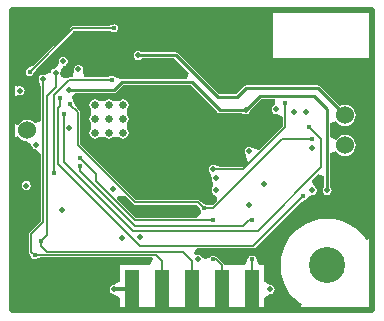
<source format=gbl>
%FSLAX25Y25*%
%MOIN*%
G70*
G01*
G75*
G04 Layer_Physical_Order=4*
G04 Layer_Color=16711680*
%ADD10C,0.02000*%
%ADD11R,0.05118X0.04134*%
%ADD12R,0.02756X0.03150*%
%ADD13R,0.01000X0.01000*%
%ADD14R,0.01575X0.03347*%
%ADD15R,0.03937X0.04331*%
%ADD16C,0.05000*%
%ADD17R,0.03543X0.03543*%
%ADD18R,0.03937X0.03937*%
%ADD19R,0.11024X0.02756*%
%ADD20R,0.03937X0.07874*%
%ADD21R,0.03150X0.02362*%
%ADD22R,0.02362X0.03150*%
%ADD23R,0.01000X0.01000*%
%ADD24R,0.03150X0.02756*%
%ADD25R,0.01969X0.01969*%
%ADD26R,0.01969X0.03937*%
%ADD27R,0.02658X0.00984*%
%ADD28R,0.00984X0.02658*%
%ADD29R,0.05000X0.12500*%
%ADD30O,0.01181X0.02559*%
%ADD31O,0.02559X0.01181*%
%ADD32R,0.14961X0.14961*%
%ADD33C,0.04000*%
%ADD34C,0.01200*%
%ADD35C,0.00500*%
%ADD36C,0.01000*%
%ADD37C,0.00800*%
%ADD38R,0.04500X0.04000*%
%ADD39R,0.05000X0.04000*%
%ADD40R,0.03000X0.05000*%
%ADD41R,0.06000X0.03000*%
%ADD42R,0.09000X0.04000*%
%ADD43R,0.04000X0.01000*%
%ADD44R,0.01000X0.04000*%
%ADD45R,0.03543X0.02598*%
%ADD46C,0.12000*%
%ADD47C,0.06000*%
%ADD48C,0.01600*%
%ADD49C,0.02000*%
%ADD50C,0.02598*%
%ADD51C,0.10000*%
%ADD52C,0.08000*%
G36*
X87000Y84000D02*
X120000D01*
X120000Y82000D01*
Y24015D01*
X118000Y23451D01*
X117578Y24139D01*
X115994Y25994D01*
X114139Y27578D01*
X112059Y28853D01*
X109805Y29787D01*
X107432Y30356D01*
X105000Y30548D01*
X102568Y30356D01*
X100195Y29787D01*
X97941Y28853D01*
X95861Y27578D01*
X94006Y25994D01*
X92422Y24139D01*
X91147Y22059D01*
X90213Y19805D01*
X89644Y17432D01*
X89452Y15000D01*
X89644Y12568D01*
X90213Y10195D01*
X91147Y7941D01*
X92422Y5861D01*
X94006Y4006D01*
X95861Y2421D01*
X96549Y2000D01*
X95985Y-0D01*
X86000D01*
X84000Y0D01*
X84000Y2000D01*
Y4127D01*
X84405Y4545D01*
X86000Y5471D01*
X86585Y5587D01*
X87081Y5919D01*
X87413Y6415D01*
X87529Y7000D01*
X87413Y7585D01*
X87081Y8081D01*
X86585Y8413D01*
X86000Y8529D01*
X84405Y9455D01*
X84000Y9873D01*
Y15000D01*
X82632D01*
X82179Y15480D01*
X81993Y15812D01*
X81227Y17494D01*
X81227Y17495D01*
D01*
X81227Y17496D01*
X81226Y17502D01*
X81225Y17506D01*
X81225D01*
X81225Y17507D01*
X81225Y17507D01*
X81225Y17507D01*
X81117Y17668D01*
X81117Y17668D01*
X80987Y17862D01*
X80945Y17926D01*
X80945Y17926D01*
X80945D01*
X80945Y17926D01*
X80945Y17926D01*
X80945Y17926D01*
X80945D01*
X80944Y17928D01*
X80943Y17929D01*
X80943D01*
X80942Y17930D01*
X80941Y17932D01*
X80939Y17935D01*
X80937Y17937D01*
X80937Y17937D01*
X80937D01*
Y17937D01*
X80937D01*
X80937Y17937D01*
X80937Y17937D01*
X80937D01*
X80868Y17984D01*
X80848Y17997D01*
X80806Y18025D01*
X80806D01*
X80609Y18157D01*
X80605Y18159D01*
X80605D01*
X80514Y18220D01*
X80512Y18222D01*
Y18222D01*
X80512Y18222D01*
X80511Y18222D01*
X80509Y18223D01*
X80507Y18225D01*
X80507Y18225D01*
X80507Y18225D01*
X80501Y18226D01*
X80501Y18226D01*
X80497Y18227D01*
X80497Y18227D01*
X80497Y18227D01*
X80497D01*
X80497Y18227D01*
X80496Y18227D01*
X80496D01*
X80496D01*
X80496Y18227D01*
X80496D01*
D01*
X80494Y18227D01*
X80494Y18227D01*
X80494Y18227D01*
X80203Y18285D01*
X80190Y18288D01*
X80190D01*
X80011Y18323D01*
X80003Y18325D01*
X80003D01*
X80002Y18325D01*
X80002Y18325D01*
D01*
X80002Y18325D01*
X80002Y18325D01*
X80002Y18325D01*
X80000Y18326D01*
X80000Y18326D01*
D01*
X80000D01*
D01*
X80000D01*
X80000Y18326D01*
X79989Y18323D01*
X79768Y18279D01*
X79768Y18279D01*
X79506Y18227D01*
X79506Y18227D01*
X79506Y18227D01*
X79505Y18227D01*
X79504D01*
X79504D01*
X79504Y18227D01*
X79504D01*
X79504D01*
X79503Y18227D01*
X79493Y18225D01*
X79493D01*
X79493D01*
X79493Y18225D01*
X79492Y18224D01*
X79492Y18224D01*
X79492D01*
X79490Y18223D01*
X79361Y18137D01*
X79361D01*
X79358Y18134D01*
X79161Y18003D01*
X79161D01*
X79104Y17965D01*
X79067Y17940D01*
X79067D01*
X79063Y17937D01*
X79063D01*
X79063D01*
D01*
X79063Y17937D01*
X79062Y17936D01*
X79061Y17935D01*
X79060Y17933D01*
X79059Y17932D01*
X79059D01*
X79059Y17932D01*
X79059Y17931D01*
X79058Y17930D01*
X79057Y17929D01*
X79057Y17928D01*
D01*
X79056Y17928D01*
X79055Y17926D01*
X79055D01*
D01*
X79055Y17926D01*
X79055Y17926D01*
X79055Y17926D01*
X79055D01*
X79052Y17921D01*
X79023Y17878D01*
X78883Y17668D01*
X78883Y17668D01*
X78775Y17507D01*
X78775Y17507D01*
X78775Y17507D01*
Y17507D01*
X78775Y17507D01*
X78775Y17506D01*
X78775Y17506D01*
X78775Y17506D01*
Y17506D01*
X78775Y17506D01*
X78775Y17503D01*
X78773Y17496D01*
X78773Y17495D01*
D01*
X78773Y17494D01*
X78007Y15812D01*
X77820Y15480D01*
X77368Y15000D01*
X70919D01*
X70765Y15000D01*
X70706Y15293D01*
X70706Y15293D01*
X70541Y15541D01*
X69034Y17048D01*
X69012Y17069D01*
X69012Y17069D01*
X68541Y17541D01*
X68539Y17542D01*
X68396Y17638D01*
X68394Y17639D01*
X68293Y17706D01*
X67967Y17921D01*
X67518Y18217D01*
D01*
X67518Y18217D01*
X67518D01*
X67518Y18217D01*
X67516Y18219D01*
X67514Y18220D01*
X67511Y18222D01*
X67508Y18224D01*
X67508Y18224D01*
X67508D01*
X67508Y18224D01*
X67507Y18225D01*
X67507Y18225D01*
X67507D01*
X67381Y18250D01*
X67296Y18267D01*
X67296D01*
X67204Y18285D01*
X67137Y18298D01*
X67137Y18298D01*
X67121Y18301D01*
X67110Y18304D01*
X67110Y18304D01*
X67055Y18315D01*
X67013Y18323D01*
X67013D01*
X67013D01*
X67010Y18324D01*
X67008Y18324D01*
X67008D01*
X67005Y18325D01*
X67002Y18325D01*
X67002D01*
X67001Y18325D01*
X67000Y18326D01*
X67000Y18326D01*
X66811Y18288D01*
X66506Y18227D01*
D01*
X66503Y18227D01*
X66494Y18225D01*
X66493Y18225D01*
X66332Y18117D01*
X66074Y17945D01*
X66074Y17945D01*
X66073Y17944D01*
X66071Y17943D01*
X66071Y17943D01*
X66063Y17937D01*
X66063D01*
X66062Y17937D01*
X66062D01*
X65975Y17806D01*
X65975D01*
X65841Y17605D01*
X65841Y17605D01*
X65778Y17512D01*
X65775Y17507D01*
X65775Y17507D01*
X65775Y17507D01*
X65775Y17506D01*
X65775Y17505D01*
X65774Y17502D01*
X65774Y17501D01*
X65774Y17501D01*
X65774Y17501D01*
X65774Y17501D01*
X65774Y17500D01*
X65774Y17500D01*
X65774Y17498D01*
X65774Y17498D01*
X65772Y17495D01*
X65765Y17479D01*
X64317Y17169D01*
X63472Y17290D01*
Y17290D01*
X63413Y17585D01*
X63413Y17585D01*
X63248Y17831D01*
D01*
X63081Y18081D01*
X63081D01*
X62585Y18413D01*
X62000Y18529D01*
X62000Y18529D01*
X61705Y18471D01*
X61705D01*
X61415Y18413D01*
X61415Y18413D01*
X60770Y19026D01*
X61760Y20635D01*
X79901D01*
X80400D01*
X80400D01*
X80554Y20666D01*
X80693Y20694D01*
D01*
X80693Y20694D01*
X80810Y20772D01*
X80941Y20859D01*
X80941Y20859D01*
X81287Y21206D01*
X95893Y35811D01*
X97494Y36773D01*
X97495Y36773D01*
X97506Y36775D01*
X97507Y36775D01*
X97668Y36883D01*
X97926Y37055D01*
X97926Y37056D01*
X97929Y37057D01*
X97937Y37063D01*
Y37063D01*
Y37063D01*
X97938Y37063D01*
X97939Y37065D01*
X99440Y38231D01*
X99604Y38301D01*
X99883Y38420D01*
X99883Y38421D01*
X100261Y38522D01*
X100261Y38522D01*
X100290Y38528D01*
X100290Y38528D01*
X100290D01*
X100532Y38576D01*
X100585Y38587D01*
X100585Y38587D01*
X101081Y38919D01*
X101165Y39044D01*
X101246Y39165D01*
Y39165D01*
X101281Y39217D01*
X101413Y39415D01*
X101413Y39415D01*
X101470Y39700D01*
X101529Y40000D01*
X101529Y40000D01*
X101519Y40054D01*
X101496Y40166D01*
X101471Y40295D01*
X101442Y40438D01*
X101413Y40585D01*
Y40585D01*
X101233Y40855D01*
X101082Y41081D01*
X101082Y41082D01*
X101074Y41086D01*
X100855Y41233D01*
X100831Y41249D01*
X99950Y42884D01*
X99861Y43092D01*
X99829Y43447D01*
X101980Y45599D01*
X103980Y44771D01*
Y41123D01*
X103919Y41081D01*
X103587Y40585D01*
X103471Y40000D01*
X103587Y39415D01*
X103919Y38919D01*
X104415Y38587D01*
X105000Y38471D01*
X105585Y38587D01*
X106081Y38919D01*
X106413Y39415D01*
X106529Y40000D01*
X106413Y40585D01*
X106081Y41081D01*
X106020Y41123D01*
Y52322D01*
X107814Y53149D01*
X108020Y53135D01*
X108504Y52504D01*
X109235Y51943D01*
X110086Y51590D01*
X111000Y51470D01*
X111914Y51590D01*
X112765Y51943D01*
X113496Y52504D01*
X114057Y53235D01*
X114410Y54086D01*
X114530Y55000D01*
X114410Y55914D01*
X114057Y56765D01*
X113496Y57496D01*
X112765Y58057D01*
X111914Y58410D01*
X111000Y58530D01*
X110086Y58410D01*
X109235Y58057D01*
X108504Y57496D01*
X108020Y56865D01*
X107814Y56851D01*
X106020Y57678D01*
Y62322D01*
X107814Y63149D01*
X108020Y63135D01*
X108504Y62504D01*
X109235Y61943D01*
X110086Y61590D01*
X111000Y61470D01*
X111914Y61590D01*
X112765Y61943D01*
X113496Y62504D01*
X114057Y63235D01*
X114410Y64086D01*
X114530Y65000D01*
X114410Y65914D01*
X114057Y66765D01*
X113496Y67496D01*
X112765Y68057D01*
X111914Y68410D01*
X111000Y68530D01*
X110086Y68410D01*
X109341Y68101D01*
X102721Y74721D01*
X102390Y74942D01*
X102000Y75020D01*
X78000D01*
X77610Y74942D01*
X77279Y74721D01*
X74578Y72020D01*
X68922D01*
X55221Y85721D01*
X54890Y85942D01*
X54500Y86020D01*
X43123D01*
X43081Y86081D01*
X42585Y86413D01*
X42000Y86529D01*
X41415Y86413D01*
X40919Y86081D01*
X40587Y85585D01*
X40471Y85000D01*
X40587Y84415D01*
X40919Y83919D01*
X41415Y83587D01*
X42000Y83471D01*
X42585Y83587D01*
X43081Y83919D01*
X43123Y83980D01*
X54078D01*
X59039Y79020D01*
X58210Y77020D01*
X38317D01*
X36500Y77020D01*
X36456Y77011D01*
X36430Y77006D01*
X36430Y77006D01*
X36269Y77035D01*
X35017Y77426D01*
X33738Y78104D01*
X33707Y78125D01*
Y78125D01*
Y78125D01*
X33707D01*
X33697Y78127D01*
X33694Y78127D01*
D01*
X33389Y78188D01*
X33200Y78225D01*
X33193Y78224D01*
X33187Y78223D01*
X33187Y78223D01*
X33187D01*
X32932Y78172D01*
X32695Y78125D01*
X32693Y78125D01*
X32693D01*
X32692Y78124D01*
X32692D01*
X32682Y78118D01*
X32682D01*
X32682Y78117D01*
X31552Y77835D01*
X30758Y77665D01*
X24365D01*
X24025Y78112D01*
X23480Y79665D01*
X23513Y79715D01*
X23513Y79715D01*
X23529Y79796D01*
X23629Y80300D01*
X23629Y80300D01*
X23513Y80885D01*
X23513Y80885D01*
X23181Y81381D01*
X23181Y81381D01*
X22936Y81545D01*
X22931Y81549D01*
X22931D01*
D01*
X22685Y81713D01*
X22100Y81829D01*
X22100Y81829D01*
X21990Y81808D01*
X21515Y81713D01*
X21515D01*
X21265Y81546D01*
D01*
X21019Y81381D01*
X21019D01*
X20852Y81132D01*
D01*
X20687Y80885D01*
X20571Y80300D01*
X20687Y79715D01*
X20720Y79665D01*
X20175Y78112D01*
X19835Y77665D01*
X19484D01*
X19000D01*
X19000D01*
X18846Y77634D01*
X18707Y77606D01*
D01*
X18707Y77606D01*
X18590Y77528D01*
X18459Y77441D01*
X18459Y77441D01*
X18404Y77385D01*
X17863Y77284D01*
X16195Y77879D01*
X16029Y79200D01*
Y79200D01*
X16695Y80924D01*
X16822Y81101D01*
X16839Y81125D01*
X16862Y81159D01*
X16882Y81186D01*
X16891Y81199D01*
X16968Y81307D01*
X17031Y81396D01*
X17098Y81490D01*
X17156Y81502D01*
X17236Y81518D01*
X17236Y81518D01*
X17240Y81518D01*
X17244Y81519D01*
X17290Y81528D01*
X17292Y81529D01*
X17303Y81531D01*
X17585Y81587D01*
X17585Y81587D01*
X18081Y81919D01*
X18413Y82415D01*
X18471Y82705D01*
X18529Y83000D01*
X18529Y83000D01*
Y83000D01*
X18471Y83295D01*
Y83295D01*
X18413Y83585D01*
X18081Y84081D01*
X18081Y84081D01*
X17585Y84413D01*
X17585Y84413D01*
X17290Y84472D01*
X17000Y84529D01*
X16415Y84413D01*
X15919Y84081D01*
X15587Y83585D01*
X15471Y83000D01*
X15532Y82690D01*
Y82690D01*
X15586Y82419D01*
X15587Y82415D01*
X15587Y82415D01*
X15581Y82406D01*
X15571Y82390D01*
X15561Y82374D01*
X15556Y82367D01*
X15516Y82304D01*
X15471Y82235D01*
X15316Y81995D01*
X15246Y81896D01*
X14821Y81299D01*
X14661Y81075D01*
X14635Y81038D01*
X14609Y81001D01*
X14535Y80897D01*
X14402Y80710D01*
X14401Y80710D01*
X14257Y80681D01*
X14196Y80669D01*
X13915Y80613D01*
X13419Y80281D01*
X13087Y79785D01*
X13025Y79473D01*
X12567Y79119D01*
X12262Y78965D01*
X11058Y78565D01*
X10985Y78613D01*
X10695Y78671D01*
X10400Y78729D01*
X10400Y78729D01*
X9815Y78613D01*
X9815Y78613D01*
X9402Y78338D01*
X9319Y78281D01*
X9205Y78111D01*
X9100Y77954D01*
Y77954D01*
X9097Y77950D01*
X8994Y77796D01*
X8987Y77785D01*
X8940Y77550D01*
X8871Y77200D01*
X8913Y76986D01*
X8987Y76615D01*
X9032Y76547D01*
X9099Y76447D01*
X9409Y75423D01*
X9635Y74467D01*
X9635Y71110D01*
Y62994D01*
X7635Y62315D01*
X7496Y62496D01*
X6765Y63057D01*
X5914Y63410D01*
X5000Y63530D01*
X4086Y63410D01*
X3235Y63057D01*
X2504Y62496D01*
X2000Y61840D01*
X1801Y61821D01*
X0Y62396D01*
Y70911D01*
X359Y71197D01*
X2000Y71797D01*
X2015Y71787D01*
X2600Y71671D01*
X3185Y71787D01*
X3681Y72119D01*
X3896Y72440D01*
Y72440D01*
X4013Y72615D01*
Y72615D01*
X4108Y73090D01*
X4129Y73200D01*
X4129Y73200D01*
X4013Y73785D01*
X3849Y74032D01*
D01*
Y74032D01*
X3845Y74036D01*
X3681Y74282D01*
X3681D01*
X3185Y74613D01*
X3185Y74613D01*
X2600Y74729D01*
X2600Y74729D01*
X2096Y74629D01*
X2015Y74613D01*
X2015Y74613D01*
X2000Y74603D01*
X359Y75203D01*
X0Y75489D01*
Y100000D01*
X87000D01*
Y84000D01*
D02*
G37*
G36*
X40161Y35758D02*
X40459Y35459D01*
X40459Y35459D01*
X40590Y35372D01*
X40707Y35293D01*
X40707D01*
D01*
X40846Y35266D01*
X41000Y35235D01*
X41000D01*
X41000Y35235D01*
X41000D01*
X41481D01*
X61182D01*
X61495Y34976D01*
X62577Y33731D01*
X62790Y33439D01*
X63020Y32525D01*
X62422Y31671D01*
X61639Y30865D01*
X41317D01*
X35011Y37170D01*
X34951Y37670D01*
X35291Y38023D01*
X37895Y38024D01*
X40161Y35758D01*
D02*
G37*
G36*
X2000Y58160D02*
X2504Y57504D01*
X3235Y56943D01*
X4086Y56590D01*
X4745Y56503D01*
X6159Y55370D01*
X6321Y55216D01*
X6462Y54742D01*
X6487Y54615D01*
X6819Y54119D01*
X7315Y53787D01*
X7635Y53723D01*
X7900Y53671D01*
X7900Y53671D01*
X9355Y52549D01*
X9635Y52150D01*
Y29817D01*
X5859Y26041D01*
X5694Y25793D01*
X5635Y25500D01*
Y19542D01*
X5635Y19400D01*
X5635Y19400D01*
X5694Y19107D01*
X5967Y18492D01*
X6273Y17806D01*
X6273Y17806D01*
X6273Y17805D01*
X6273Y17805D01*
D01*
X6273Y17804D01*
X6274Y17797D01*
X6274Y17797D01*
X6275Y17795D01*
X6275Y17794D01*
X6275D01*
X6275Y17794D01*
X6275Y17793D01*
X6275Y17793D01*
X6275Y17793D01*
X6275Y17793D01*
X6275Y17793D01*
X6382Y17633D01*
X6383Y17632D01*
D01*
X6555Y17375D01*
X6555Y17374D01*
X6555D01*
X6555Y17374D01*
X6555D01*
X6557Y17371D01*
X6557D01*
X6563Y17363D01*
X6563Y17363D01*
X6563D01*
X6567Y17360D01*
X6746Y17241D01*
X6926Y17120D01*
X6993Y17075D01*
X6993Y17075D01*
D01*
X6993D01*
X7092Y17056D01*
X7276Y17019D01*
X7500Y16974D01*
X7500Y16974D01*
X7500Y16974D01*
X7502Y16975D01*
X7502Y16975D01*
D01*
X7502Y16975D01*
X7508Y16976D01*
X7508Y16976D01*
Y16976D01*
X7513Y16977D01*
Y16977D01*
X7513D01*
X7513Y16977D01*
X7519Y16978D01*
X7637Y17002D01*
X7637Y17002D01*
X7644Y17003D01*
X7796Y17033D01*
X7796D01*
X8007Y17075D01*
X8007Y17075D01*
X8007D01*
X8007Y17075D01*
X8007Y17075D01*
D01*
X8008Y17076D01*
X8012Y17079D01*
X8018Y17082D01*
X8018Y17083D01*
X8018D01*
X8018Y17083D01*
X8018Y17083D01*
X8018Y17083D01*
X9748Y17735D01*
X46558D01*
X47094Y17000D01*
X46077Y15000D01*
X36000D01*
Y9873D01*
X35595Y9455D01*
X34373Y8746D01*
X33983Y8526D01*
X33710Y8472D01*
X33415Y8413D01*
X33415Y8413D01*
X33415Y8413D01*
X33169Y8248D01*
D01*
X32919Y8082D01*
X32919D01*
X32919D01*
X32919Y8081D01*
X32774Y7866D01*
X32768Y7856D01*
Y7856D01*
X32752Y7831D01*
D01*
Y7831D01*
X32692Y7742D01*
X32671Y7711D01*
Y7711D01*
X32587Y7585D01*
X32587Y7585D01*
Y7585D01*
X32533Y7311D01*
X32533Y7311D01*
X32529Y7295D01*
X32484Y7067D01*
X32471Y7000D01*
X32484Y6933D01*
X32529Y6705D01*
X32533Y6689D01*
X32533Y6689D01*
X32587Y6415D01*
X32587Y6415D01*
X32587D01*
X32671Y6289D01*
Y6289D01*
X32695Y6253D01*
X32752Y6168D01*
Y6168D01*
Y6168D01*
X32752Y6167D01*
X32754Y6164D01*
D01*
X32919Y5919D01*
X32919Y5918D01*
X32919D01*
X32919Y5918D01*
X33169Y5751D01*
Y5751D01*
X33415Y5587D01*
X33415Y5587D01*
X33415Y5587D01*
X33710Y5528D01*
X33983Y5474D01*
X34373Y5254D01*
X35595Y4545D01*
X36000Y4127D01*
Y2000D01*
X36000Y0D01*
X34000Y-0D01*
X0D01*
Y57604D01*
X1801Y58179D01*
X2000Y58160D01*
D02*
G37*
G36*
X68429Y66129D02*
X68759Y65908D01*
X69150Y65831D01*
X76728D01*
X76761Y65780D01*
X76769Y65769D01*
X76769Y65769D01*
X77015Y65604D01*
D01*
X77265Y65437D01*
X77265Y65437D01*
X77556Y65380D01*
X77556Y65380D01*
X77850Y65321D01*
X77850Y65321D01*
X78141Y65379D01*
X78141Y65379D01*
X78141Y65379D01*
X78436Y65437D01*
X78436Y65437D01*
X78686Y65604D01*
X78686D01*
X78932Y65769D01*
X78932D01*
X79099Y66019D01*
D01*
X79263Y66265D01*
X79263Y66265D01*
X79322Y66560D01*
Y66560D01*
X79380Y66850D01*
X79380Y66850D01*
X79365Y66923D01*
X82922Y70480D01*
X87557D01*
X87754Y68481D01*
X87739Y68477D01*
X87710Y68472D01*
X87710D01*
X87415Y68413D01*
X87415Y68413D01*
X87093Y68198D01*
Y68198D01*
X86919Y68081D01*
Y68081D01*
X86587Y67585D01*
X86529Y67295D01*
X86471Y67000D01*
X86471Y67000D01*
X86587Y66415D01*
X86587Y66415D01*
X86918Y65919D01*
X86919Y65919D01*
X87415Y65587D01*
X87415Y65587D01*
X87710Y65528D01*
X88000Y65471D01*
X88000Y65471D01*
X88235Y65517D01*
X89628Y64786D01*
X90235Y64320D01*
Y61527D01*
Y61317D01*
X90088Y61169D01*
X82461Y53542D01*
X81816Y53556D01*
X80117Y54027D01*
X80081Y54081D01*
X79585Y54413D01*
X79206Y54488D01*
X79000Y54529D01*
X79000Y54529D01*
X78415Y54413D01*
X78415Y54413D01*
X77919Y54081D01*
X77833Y53953D01*
X77754Y53835D01*
Y53835D01*
X77751Y53831D01*
X77587Y53585D01*
X77587Y53585D01*
X77471Y53000D01*
X77471Y53000D01*
X77587Y52415D01*
Y52415D01*
X77918Y51919D01*
X77918D01*
Y51919D01*
Y51919D01*
X77973Y51882D01*
X78444Y50184D01*
X78458Y49539D01*
X76831Y47912D01*
X76683Y47765D01*
X76473D01*
X69733D01*
X68777Y47991D01*
X67752Y48301D01*
X67653Y48368D01*
X67585Y48413D01*
X67214Y48487D01*
X67000Y48529D01*
X66650Y48460D01*
X66415Y48413D01*
X66404Y48406D01*
X66263Y48312D01*
X66246Y48300D01*
X66089Y48195D01*
X65919Y48081D01*
X65863Y47998D01*
X65587Y47585D01*
X65587Y47585D01*
X65471Y47000D01*
X65471Y47000D01*
X65529Y46705D01*
X65587Y46415D01*
X65587Y46415D01*
X65672Y46287D01*
X65995Y45687D01*
X65995Y45687D01*
X65995Y45687D01*
X66130Y45275D01*
X66471Y44000D01*
X66471Y43998D01*
X66567Y43518D01*
X66587Y43415D01*
X66741Y43185D01*
X66919Y42717D01*
Y42000D01*
Y41283D01*
X66741Y40815D01*
X66587Y40585D01*
X66529Y40295D01*
X66529Y40295D01*
X66471Y40000D01*
X66471Y40000D01*
X66587Y39415D01*
X66919Y38919D01*
X67415Y38587D01*
X67415Y38587D01*
X67634Y38543D01*
X68228Y37452D01*
X68437Y36518D01*
X66895Y34976D01*
X66527Y34969D01*
X64605Y35159D01*
X64605Y35159D01*
D01*
X64605Y35159D01*
X64507Y35225D01*
X64483Y35229D01*
X62991Y36090D01*
X62829Y36253D01*
X62541Y36541D01*
X62541Y36541D01*
X62410Y36628D01*
X62293Y36707D01*
X62293D01*
D01*
X62154Y36734D01*
X62000Y36765D01*
X62000D01*
X61519D01*
X41527D01*
X41317D01*
X41164Y36918D01*
X35595Y42486D01*
X22915Y55167D01*
X22765Y55317D01*
Y55528D01*
Y65534D01*
Y66000D01*
Y66000D01*
X22734Y66154D01*
X22706Y66293D01*
D01*
X22706Y66293D01*
X22628Y66410D01*
X22541Y66541D01*
X22541Y66541D01*
X22250Y66832D01*
X21509Y67572D01*
X20648Y69216D01*
Y69216D01*
X20648Y69216D01*
X20646Y69227D01*
X20646Y69229D01*
X20539Y69389D01*
X20366Y69648D01*
X20366Y69648D01*
X20364Y69650D01*
X20359Y69657D01*
X20358Y69658D01*
X20084Y71598D01*
X20979Y72480D01*
X34000D01*
X34390Y72558D01*
X34721Y72779D01*
X36922Y74980D01*
X59578D01*
X68429Y66129D01*
D02*
G37*
%LPC*%
G36*
X34000Y95325D02*
X34000Y95325D01*
X33999Y95325D01*
X33998Y95325D01*
X33998Y95325D01*
X33998D01*
X33998Y95325D01*
X33995Y95325D01*
X33993Y95324D01*
X33992Y95324D01*
D01*
X33990Y95324D01*
X33987Y95323D01*
X33987D01*
X33987Y95323D01*
X33987Y95323D01*
D01*
X33987Y95323D01*
Y95323D01*
X33985Y95323D01*
X33943Y95314D01*
X33904Y95306D01*
X33904Y95306D01*
X33899Y95305D01*
X33692Y95264D01*
X33692Y95264D01*
X33495Y95225D01*
X33495D01*
X33493Y95225D01*
X33493Y95225D01*
X33493Y95225D01*
X33493Y95224D01*
X33492Y95224D01*
X33492Y95224D01*
X33492Y95224D01*
X33492D01*
X33492Y95224D01*
X33490Y95223D01*
X33487Y95221D01*
X33484Y95218D01*
X33482Y95218D01*
X33482Y95218D01*
X33482Y95217D01*
X32729Y95029D01*
Y95029D01*
X32352Y94935D01*
X32320Y94928D01*
X32081Y94877D01*
X31909Y94840D01*
X31558Y94765D01*
X31164D01*
X21377D01*
X21289D01*
X21244D01*
X21209D01*
X21113D01*
X21102D01*
X21014D01*
X20975D01*
X20971D01*
X20915D01*
X20915D01*
X20883D01*
X20704D01*
X20578D01*
X20576D01*
X20487D01*
X20459D01*
X20400Y94765D01*
D01*
X20400D01*
X20362Y94757D01*
X20360Y94757D01*
X20358Y94756D01*
X20326Y94750D01*
X20317Y94748D01*
X20290Y94743D01*
X20284Y94742D01*
X20282Y94741D01*
X20261Y94737D01*
X20246Y94734D01*
X20227Y94730D01*
X20217Y94728D01*
X20215Y94728D01*
X20215Y94728D01*
X20201Y94725D01*
X20182Y94721D01*
X20167Y94718D01*
X20149Y94715D01*
X20147Y94714D01*
X20147Y94714D01*
X20135Y94712D01*
X20107Y94706D01*
X20107D01*
X20107Y94706D01*
D01*
X20107D01*
Y94706D01*
X20107D01*
X20083Y94690D01*
X20074Y94684D01*
X20073Y94684D01*
X20073Y94683D01*
X20055Y94672D01*
X20044Y94665D01*
X20027Y94653D01*
X20016Y94646D01*
X20016Y94645D01*
X20015Y94645D01*
X20005Y94638D01*
X19990Y94628D01*
X19976Y94619D01*
X19959Y94608D01*
X19959Y94607D01*
X19958Y94607D01*
X19951Y94602D01*
X19929Y94587D01*
X19921Y94582D01*
X19895Y94564D01*
X19893Y94563D01*
X19890Y94562D01*
X19859Y94541D01*
X19859Y94541D01*
X19859Y94541D01*
X19859Y94541D01*
X19815Y94496D01*
X19797Y94479D01*
X19734Y94415D01*
X19732Y94414D01*
X19642Y94324D01*
X19514Y94195D01*
X19493Y94175D01*
X19492Y94174D01*
X19454Y94136D01*
X19452Y94133D01*
X19424Y94105D01*
X19361Y94042D01*
X19354Y94035D01*
X19286Y93968D01*
X19264Y93945D01*
X19229Y93911D01*
X19164Y93846D01*
X7173Y81855D01*
X6907Y81589D01*
X6650Y81435D01*
X5966Y81024D01*
X5306Y80627D01*
X5305Y80627D01*
D01*
X5303Y80627D01*
X5298Y80626D01*
X5294Y80625D01*
Y80625D01*
X5293Y80625D01*
X5293Y80625D01*
X5293Y80625D01*
X5132Y80517D01*
X5132Y80517D01*
X4938Y80387D01*
X4874Y80345D01*
X4874Y80345D01*
Y80345D01*
X4874Y80345D01*
X4874Y80345D01*
X4874Y80345D01*
Y80345D01*
X4872Y80344D01*
X4871Y80343D01*
Y80343D01*
X4869Y80342D01*
X4868Y80341D01*
X4866Y80339D01*
X4864Y80338D01*
X4864Y80338D01*
Y80338D01*
X4863Y80338D01*
X4863Y80337D01*
X4863Y80337D01*
Y80337D01*
X4755Y80177D01*
Y80177D01*
X4625Y79982D01*
X4583Y79919D01*
X4583Y79918D01*
D01*
X4583Y79918D01*
X4583Y79918D01*
X4583Y79918D01*
D01*
X4582Y79918D01*
X4582Y79918D01*
X4581Y79916D01*
X4581Y79916D01*
Y79916D01*
X4580Y79914D01*
X4579Y79912D01*
X4577Y79910D01*
X4576Y79908D01*
X4576Y79908D01*
Y79908D01*
X4576Y79908D01*
X4576Y79908D01*
X4576Y79908D01*
X4575Y79907D01*
X4575Y79907D01*
Y79907D01*
X4575Y79904D01*
X4574Y79902D01*
Y79902D01*
X4562Y79840D01*
X4556Y79809D01*
Y79809D01*
X4551Y79783D01*
X4551Y79783D01*
X4551Y79783D01*
X4527Y79662D01*
X4526Y79660D01*
Y79660D01*
X4502Y79539D01*
X4502Y79537D01*
X4502D01*
X4497Y79511D01*
X4496Y79511D01*
Y79511D01*
X4493Y79494D01*
X4493Y79493D01*
X4493Y79493D01*
X4486Y79460D01*
X4477Y79414D01*
X4477Y79413D01*
Y79413D01*
Y79413D01*
X4477Y79412D01*
X4477Y79412D01*
X4477D01*
X4477Y79412D01*
X4477Y79411D01*
X4477D01*
X4477Y79411D01*
X4477Y79410D01*
Y79410D01*
X4476Y79408D01*
X4476Y79407D01*
D01*
X4476Y79407D01*
X4475Y79405D01*
X4475Y79402D01*
X4475Y79402D01*
D01*
X4475Y79402D01*
X4475Y79402D01*
X4475D01*
X4475Y79402D01*
X4475Y79402D01*
X4475Y79401D01*
X4474Y79400D01*
X4474Y79400D01*
D01*
Y79400D01*
Y79400D01*
D01*
X4474Y79400D01*
D01*
Y79400D01*
X4477Y79390D01*
X4498Y79282D01*
X4501Y79269D01*
X4503Y79256D01*
X4514Y79200D01*
X4520Y79169D01*
X4521Y79168D01*
X4545Y79044D01*
X4564Y78952D01*
X4570Y78921D01*
X4573Y78907D01*
X4573Y78906D01*
X4573Y78906D01*
X4573Y78905D01*
X4573Y78905D01*
X4573Y78904D01*
X4573Y78904D01*
Y78904D01*
X4573Y78903D01*
X4573Y78903D01*
X4573Y78903D01*
X4573Y78903D01*
Y78903D01*
Y78903D01*
X4574Y78900D01*
X4575Y78897D01*
X4575Y78895D01*
X4575Y78893D01*
X4575Y78893D01*
X4575Y78893D01*
X4575D01*
Y78893D01*
X4575Y78893D01*
X4575Y78893D01*
X4576Y78892D01*
X4576Y78892D01*
X4577Y78890D01*
X4623Y78821D01*
X4660Y78766D01*
X4663Y78761D01*
X4665Y78758D01*
X4730Y78661D01*
X4795Y78564D01*
X4797Y78561D01*
X4826Y78518D01*
X4859Y78469D01*
X4860Y78467D01*
X4861Y78465D01*
X4861Y78465D01*
X4863Y78463D01*
X4863Y78463D01*
D01*
X4863Y78463D01*
X4863Y78463D01*
X4863Y78463D01*
X4863Y78463D01*
X4863Y78462D01*
X4865Y78461D01*
X4934Y78415D01*
X4988Y78379D01*
X4994Y78375D01*
X4998Y78373D01*
X5094Y78308D01*
X5191Y78243D01*
X5195Y78241D01*
X5238Y78212D01*
X5287Y78180D01*
X5288Y78178D01*
X5290Y78177D01*
X5291Y78177D01*
X5293Y78175D01*
X5293Y78175D01*
D01*
X5293D01*
X5293Y78175D01*
X5294Y78175D01*
X5295Y78175D01*
X5295Y78175D01*
X5296Y78175D01*
X5299Y78174D01*
X5299Y78174D01*
X5300Y78174D01*
X5300Y78174D01*
X5300Y78174D01*
X5301Y78174D01*
X5303Y78173D01*
X5303Y78173D01*
X5303Y78173D01*
X5303Y78173D01*
X5304Y78173D01*
X5304D01*
X5304Y78173D01*
X5305Y78173D01*
X5305Y78173D01*
X5306Y78173D01*
X5306Y78173D01*
X5306Y78173D01*
X5323Y78169D01*
X5384Y78157D01*
X5406Y78153D01*
X5466Y78141D01*
X5597Y78115D01*
X5610Y78112D01*
X5610Y78112D01*
X5634Y78108D01*
X5684Y78097D01*
X5701Y78094D01*
X5789Y78077D01*
X5797Y78075D01*
X5797Y78075D01*
X5797Y78075D01*
X5797Y78075D01*
X5797Y78075D01*
X5797Y78075D01*
D01*
X5797D01*
X5797D01*
D01*
X5798Y78075D01*
X5799Y78075D01*
X5800Y78075D01*
X5800Y78075D01*
X5800D01*
D01*
X5800D01*
D01*
X5800D01*
X5800Y78075D01*
X5800D01*
X5800Y78075D01*
X5801Y78075D01*
X5802Y78075D01*
X5802Y78075D01*
D01*
X5802D01*
X5802Y78075D01*
X5802Y78075D01*
X5802Y78075D01*
X5804Y78075D01*
X5807Y78076D01*
X5807Y78076D01*
Y78076D01*
X5807Y78076D01*
X5808Y78076D01*
X5810Y78076D01*
X5810Y78076D01*
X5810D01*
X5810Y78077D01*
X5811Y78077D01*
X5811Y78077D01*
X5811Y78077D01*
D01*
X5811D01*
X5812Y78077D01*
X5812Y78077D01*
D01*
X5812Y78077D01*
X5813Y78077D01*
X5813D01*
X5813D01*
X5815Y78077D01*
X5856Y78086D01*
X5893Y78093D01*
X5893D01*
X5894Y78093D01*
X5897Y78094D01*
Y78094D01*
X5900Y78095D01*
X6078Y78130D01*
X6078Y78130D01*
X6142Y78142D01*
X6183Y78151D01*
X6183Y78151D01*
X6198Y78154D01*
X6209Y78156D01*
X6209D01*
X6302Y78174D01*
X6302Y78174D01*
X6307Y78175D01*
X6307Y78175D01*
X6307Y78175D01*
X6307Y78175D01*
X6308Y78176D01*
X6308Y78176D01*
X6308Y78176D01*
D01*
X6308Y78176D01*
X6310Y78177D01*
X6312Y78178D01*
X6314Y78180D01*
X6316Y78181D01*
X6318Y78182D01*
X6318Y78183D01*
X6318D01*
X6318Y78183D01*
X6318D01*
X6318D01*
X6318Y78183D01*
X6318Y78183D01*
X6318Y78183D01*
D01*
X6323Y78186D01*
X6366Y78215D01*
X6577Y78355D01*
X6577D01*
X6737Y78463D01*
X6737Y78463D01*
X6737Y78463D01*
X6737Y78463D01*
X6738Y78463D01*
X6738Y78464D01*
X6738Y78464D01*
X6738D01*
X6738Y78464D01*
X6739Y78465D01*
X6740Y78467D01*
X6742Y78471D01*
X6743Y78471D01*
X6743D01*
X6743Y78472D01*
X6745Y78474D01*
X6745D01*
D01*
X6745Y78474D01*
X6745Y78474D01*
X6745Y78474D01*
X6745D01*
X6748Y78479D01*
X6777Y78522D01*
X6917Y78732D01*
X6917Y78732D01*
X7025Y78893D01*
X7025Y78893D01*
X7025Y78893D01*
Y78893D01*
X7025Y78893D01*
X7025Y78894D01*
X7025Y78894D01*
X7025Y78894D01*
Y78894D01*
X7025Y78894D01*
X7025Y78897D01*
X7027Y78904D01*
X7027Y78905D01*
D01*
X7027Y78906D01*
X7424Y79566D01*
X7835Y80251D01*
X7989Y80507D01*
X8252Y80771D01*
X20212Y92730D01*
X20309Y92828D01*
X20347Y92865D01*
X20348Y92867D01*
X20359Y92877D01*
X20359Y92878D01*
X20445Y92963D01*
X20484Y93003D01*
X20485Y93003D01*
X20485Y93004D01*
X20533Y93052D01*
X20549Y93068D01*
X20555Y93073D01*
X20560Y93078D01*
X20565Y93084D01*
X20565Y93084D01*
X20567Y93086D01*
X20569Y93087D01*
X20626Y93144D01*
X20627Y93145D01*
X20639Y93158D01*
X20662Y93180D01*
X20669Y93187D01*
X20669Y93188D01*
X20671Y93190D01*
X20674Y93193D01*
X20698Y93217D01*
X20700Y93219D01*
X20706Y93224D01*
X20717Y93235D01*
X20732D01*
X20740D01*
X20743D01*
X20776D01*
X20781D01*
X20783Y93235D01*
X20784D01*
X20795Y93235D01*
X20826D01*
X20845Y93235D01*
X20845D01*
X20926Y93235D01*
X20928D01*
X20931Y93235D01*
X20931D01*
X20939Y93235D01*
X20945D01*
X20953D01*
X20976Y93235D01*
X21045Y93235D01*
X21046D01*
X21046D01*
X21101Y93235D01*
X21218D01*
X21218D01*
X21235D01*
X21236D01*
X21290D01*
X21427D01*
X31170D01*
X31558D01*
X31909Y93160D01*
X32081Y93123D01*
X32320Y93072D01*
X32352Y93065D01*
X32729Y92971D01*
Y92971D01*
X33482Y92783D01*
X33482Y92783D01*
X33482D01*
X33482Y92782D01*
X33484Y92781D01*
X33487Y92780D01*
X33489Y92778D01*
X33492Y92776D01*
X33492Y92776D01*
X33492D01*
X33492Y92776D01*
X33492Y92776D01*
X33492Y92776D01*
X33493Y92775D01*
X33493Y92775D01*
X33493D01*
X33494Y92775D01*
X33494Y92775D01*
X33494D01*
X33634Y92747D01*
X33709Y92733D01*
X33709D01*
X33860Y92702D01*
X33863Y92702D01*
Y92702D01*
X33890Y92696D01*
X33890Y92696D01*
X33890D01*
X33931Y92688D01*
X33985Y92677D01*
X33987Y92677D01*
X33987D01*
X33987D01*
X33987Y92677D01*
X33987Y92677D01*
Y92677D01*
X33990Y92676D01*
X33992Y92676D01*
D01*
X33993Y92676D01*
X33995Y92676D01*
X33998Y92675D01*
X33998Y92675D01*
X33998D01*
X33998Y92675D01*
X33999Y92675D01*
X34000Y92674D01*
X34000Y92674D01*
X34000Y92674D01*
X34189Y92712D01*
X34189Y92712D01*
X34494Y92773D01*
X34494D01*
D01*
Y92773D01*
X34495Y92773D01*
X34496Y92773D01*
X34497Y92773D01*
Y92773D01*
X34499Y92774D01*
X34503Y92775D01*
X34506Y92775D01*
Y92775D01*
X34507Y92775D01*
X34507Y92775D01*
X34507Y92775D01*
X34668Y92883D01*
X34668Y92883D01*
X34862Y93013D01*
X34926Y93055D01*
X34926Y93055D01*
Y93055D01*
X34926Y93055D01*
X34926Y93055D01*
X34926Y93055D01*
Y93055D01*
X34927Y93056D01*
X34927Y93056D01*
Y93056D01*
X34928Y93057D01*
X34929Y93057D01*
Y93057D01*
X34930Y93058D01*
X34933Y93060D01*
X34935Y93061D01*
X34937Y93063D01*
X34937Y93063D01*
X34937Y93063D01*
X34937Y93063D01*
X34938Y93063D01*
X34983Y93131D01*
X34986Y93135D01*
X34996Y93150D01*
X35025Y93194D01*
X35089Y93289D01*
X35157Y93391D01*
X35159Y93395D01*
X35188Y93438D01*
X35220Y93486D01*
X35222Y93488D01*
X35222D01*
X35222Y93489D01*
X35223Y93491D01*
X35225Y93493D01*
X35225Y93493D01*
D01*
X35225Y93493D01*
X35225Y93494D01*
X35225Y93494D01*
X35225Y93496D01*
X35226Y93499D01*
X35226Y93499D01*
X35226Y93500D01*
X35226Y93500D01*
X35226Y93501D01*
X35227Y93503D01*
X35227Y93503D01*
X35227Y93503D01*
X35227Y93503D01*
X35227Y93504D01*
Y93504D01*
X35227Y93504D01*
X35227Y93504D01*
X35227Y93504D01*
X35227Y93504D01*
X35227Y93504D01*
Y93504D01*
X35227Y93504D01*
X35227Y93505D01*
X35227Y93505D01*
X35227Y93505D01*
X35227Y93506D01*
X35227Y93506D01*
X35227Y93506D01*
X35230Y93521D01*
X35242Y93580D01*
X35259Y93665D01*
X35284Y93793D01*
X35288Y93810D01*
X35292Y93832D01*
X35304Y93891D01*
X35305Y93897D01*
X35324Y93993D01*
X35325Y93997D01*
X35325Y93997D01*
X35325Y93997D01*
X35325Y93998D01*
Y93998D01*
Y93998D01*
X35325Y93998D01*
D01*
X35325Y93998D01*
X35325Y93999D01*
X35325Y93999D01*
X35326Y94000D01*
X35326Y94000D01*
Y94000D01*
D01*
Y94000D01*
Y94000D01*
X35326D01*
Y94000D01*
Y94000D01*
X35325Y94004D01*
X35301Y94124D01*
X35300Y94129D01*
X35285Y94203D01*
X35279Y94232D01*
X35255Y94355D01*
X35236Y94453D01*
X35230Y94480D01*
X35227Y94494D01*
Y94494D01*
X35227Y94494D01*
X35227Y94494D01*
X35227Y94495D01*
X35227Y94495D01*
X35227Y94495D01*
X35227Y94496D01*
X35227Y94496D01*
Y94496D01*
X35227Y94496D01*
X35227Y94496D01*
X35227Y94496D01*
X35227Y94496D01*
X35227Y94496D01*
X35227Y94496D01*
X35227Y94497D01*
X35227Y94497D01*
X35227Y94497D01*
X35227Y94497D01*
D01*
X35226Y94499D01*
X35225Y94503D01*
X35225Y94506D01*
X35225Y94507D01*
X35225Y94507D01*
X35225D01*
Y94507D01*
X35225Y94507D01*
X35225Y94507D01*
X35224Y94508D01*
X35223Y94510D01*
X35177Y94578D01*
X35139Y94635D01*
X35137Y94639D01*
X35134Y94643D01*
X35067Y94744D01*
X35007Y94833D01*
X35003Y94839D01*
X34973Y94885D01*
X34942Y94930D01*
X34940Y94933D01*
X34939Y94935D01*
X34937Y94937D01*
X34937Y94937D01*
D01*
X34937Y94937D01*
X34936Y94938D01*
X34935Y94939D01*
X34933Y94940D01*
X34932Y94941D01*
Y94941D01*
X34932Y94941D01*
X34931Y94941D01*
X34931Y94942D01*
X34929Y94943D01*
X34929Y94943D01*
Y94943D01*
X34929Y94943D01*
X34929Y94943D01*
D01*
X34928Y94943D01*
X34927Y94944D01*
Y94944D01*
X34927Y94944D01*
X34926Y94945D01*
Y94945D01*
D01*
X34926Y94945D01*
X34926Y94945D01*
X34926Y94945D01*
Y94945D01*
X34921Y94948D01*
X34878Y94977D01*
X34668Y95117D01*
X34668Y95117D01*
X34507Y95225D01*
X34507Y95225D01*
X34507Y95225D01*
X34507D01*
X34507Y95225D01*
X34506Y95225D01*
X34506Y95225D01*
X34506Y95225D01*
X34506D01*
X34506Y95225D01*
X34504Y95225D01*
X34499Y95226D01*
X34497Y95227D01*
Y95227D01*
X34497D01*
X34496Y95227D01*
X34494Y95227D01*
Y95227D01*
X34494D01*
X34494Y95227D01*
X34492Y95228D01*
X34217Y95282D01*
X34217Y95282D01*
X34217Y95282D01*
X34119Y95302D01*
X34000Y95325D01*
X34000Y95325D01*
D02*
G37*
G36*
X37024Y70359D02*
X36322Y70219D01*
X35791Y69864D01*
X35671Y69822D01*
X33653D01*
X33533Y69864D01*
X33002Y70219D01*
X32300Y70359D01*
X31598Y70219D01*
X31067Y69864D01*
X30947Y69822D01*
X28929D01*
X28809Y69864D01*
X28278Y70219D01*
X27576Y70359D01*
X26874Y70219D01*
X26278Y69822D01*
X25881Y69226D01*
X25741Y68524D01*
X25881Y67822D01*
X26236Y67291D01*
X26278Y67171D01*
Y65153D01*
X26236Y65033D01*
X25881Y64502D01*
X25741Y63800D01*
X25881Y63098D01*
X26236Y62567D01*
X26278Y62447D01*
Y60429D01*
X26236Y60309D01*
X25881Y59778D01*
X25741Y59076D01*
X25881Y58374D01*
X26278Y57778D01*
X26874Y57381D01*
X27576Y57241D01*
X28278Y57381D01*
X28809Y57736D01*
X28929Y57778D01*
X30947D01*
X31067Y57736D01*
X31598Y57381D01*
X32300Y57241D01*
X33002Y57381D01*
X33533Y57736D01*
X33653Y57778D01*
X35671D01*
X35791Y57736D01*
X36322Y57381D01*
X37024Y57241D01*
X37726Y57381D01*
X38322Y57778D01*
X38719Y58374D01*
X38859Y59076D01*
X38719Y59778D01*
X38364Y60309D01*
X38322Y60429D01*
Y62447D01*
X38364Y62567D01*
X38719Y63098D01*
X38859Y63800D01*
X38719Y64502D01*
X38364Y65033D01*
X38322Y65153D01*
Y67171D01*
X38364Y67291D01*
X38719Y67822D01*
X38859Y68524D01*
X38719Y69226D01*
X38322Y69822D01*
X37726Y70219D01*
X37024Y70359D01*
D02*
G37*
G36*
X4700Y43129D02*
X4115Y43013D01*
X3619Y42681D01*
X3287Y42185D01*
X3171Y41600D01*
X3287Y41015D01*
X3619Y40519D01*
X4115Y40187D01*
X4700Y40071D01*
X5285Y40187D01*
X5781Y40519D01*
X6113Y41015D01*
X6229Y41600D01*
X6113Y42185D01*
X5781Y42681D01*
X5285Y43013D01*
X4700Y43129D01*
D02*
G37*
%LPD*%
D10*
X120000Y0D02*
Y100000D01*
X0D02*
X120000D01*
X0Y0D02*
Y100000D01*
Y0D02*
X120000D01*
D29*
X80000Y7000D02*
D03*
X70000D02*
D03*
X60000D02*
D03*
X50000D02*
D03*
X40000D02*
D03*
D34*
X34000D02*
X40000D01*
D35*
X20400Y94000D02*
X34000D01*
X5800Y79400D02*
X20400Y94000D01*
X42700Y21400D02*
X80400D01*
X97000Y38000D01*
X64000Y34000D02*
X67000D01*
X90000Y57000D02*
X100000D01*
X67000Y34000D02*
X90000Y57000D01*
X77000Y47000D02*
X91000Y61000D01*
X67000Y47000D02*
X77000D01*
X99000Y61000D02*
X103000Y57000D01*
Y47700D02*
Y57000D01*
X81900Y26600D02*
X103000Y47700D01*
X91000Y61000D02*
Y69000D01*
X41000Y30100D02*
X66900D01*
X67000Y30000D01*
X80000Y7000D02*
Y17000D01*
X41000Y28100D02*
X77000D01*
X78900Y30000D01*
X80000D01*
X70000Y7000D02*
Y15000D01*
X68000Y17000D02*
X70000Y15000D01*
X67000Y17000D02*
X68000D01*
X6400Y19400D02*
X7500Y18300D01*
X6400Y19400D02*
Y25500D01*
X10400Y29500D01*
X9500Y21500D02*
X11500Y19500D01*
X9500Y21500D02*
Y23000D01*
X11600Y25100D01*
Y19600D02*
X56800D01*
X11500Y19500D02*
X11600Y19600D01*
X14500Y74500D02*
Y79200D01*
X50000Y7000D02*
Y16500D01*
X56800Y19600D02*
X60000Y16400D01*
Y7000D02*
Y16400D01*
X15200Y48900D02*
X42700Y21400D01*
X15200Y48900D02*
Y67600D01*
X11600Y25100D02*
Y71600D01*
X13900Y45900D02*
Y71800D01*
Y45900D02*
X14000Y45800D01*
X11600Y71600D02*
X14500Y74500D01*
X10400Y29500D02*
Y77200D01*
X13900Y71800D02*
X19000Y76900D01*
X15200Y67600D02*
X15800Y68200D01*
X40200Y26600D02*
X81900D01*
X22500Y46600D02*
X41000Y28100D01*
X22500Y46600D02*
Y48000D01*
X28000Y43100D02*
X41000Y30100D01*
X15800Y68200D02*
Y70700D01*
X17200Y49600D02*
Y65500D01*
X23300Y76900D02*
X23800D01*
X33200D01*
X19000D02*
X23800D01*
X22000Y55000D02*
X41000Y36000D01*
X62000D01*
X64000Y34000D01*
X19421Y68579D02*
Y68721D01*
Y68579D02*
X22000Y66000D01*
Y55000D02*
Y66000D01*
X17200Y49600D02*
X40200Y26600D01*
X22556Y50800D02*
X28000Y45356D01*
Y43100D02*
Y45356D01*
X7500Y18500D02*
X48000D01*
X50000Y16500D01*
D36*
X82500Y71500D02*
X100500D01*
X77850Y66850D02*
X82500Y71500D01*
X102000Y74000D02*
X111000Y65000D01*
X78000Y74000D02*
X102000D01*
X75000Y71000D02*
X78000Y74000D01*
X100500Y71500D02*
X105000Y67000D01*
X54500Y85000D02*
X68500Y71000D01*
X42000Y85000D02*
X54500D01*
X19000Y73500D02*
X34000D01*
X105000Y40000D02*
Y67000D01*
X69150Y66850D02*
X77850D01*
X68500Y71000D02*
X75000D01*
X34000Y73500D02*
X36500Y76000D01*
X60000D01*
X69150Y66850D01*
D46*
X105000Y15000D02*
D03*
D47*
X111000Y65000D02*
D03*
Y55000D02*
D03*
X5000Y60000D02*
D03*
D48*
X34000Y94000D02*
D03*
X97000Y38000D02*
D03*
X100000Y57000D02*
D03*
X99000Y61000D02*
D03*
X91000Y69000D02*
D03*
X64000Y34000D02*
D03*
X67000Y30000D02*
D03*
X80000Y17000D02*
D03*
Y30000D02*
D03*
X67000Y17000D02*
D03*
X9500Y23000D02*
D03*
X7500Y18300D02*
D03*
X14000Y45800D02*
D03*
X17200Y65500D02*
D03*
X15800Y70700D02*
D03*
X5800Y79400D02*
D03*
X22500Y48000D02*
D03*
X22556Y50800D02*
D03*
X33200Y76900D02*
D03*
X19421Y68721D02*
D03*
X59000Y56000D02*
D03*
X68500Y83000D02*
D03*
X83000D02*
D03*
X85500D02*
D03*
X71500D02*
D03*
X66000Y81500D02*
D03*
Y78500D02*
D03*
X50000Y81500D02*
D03*
Y78500D02*
D03*
X48500Y73000D02*
D03*
X51500D02*
D03*
X55500Y56000D02*
D03*
X62500Y57500D02*
D03*
X2500Y2500D02*
D03*
Y7500D02*
D03*
Y17500D02*
D03*
Y22500D02*
D03*
Y32500D02*
D03*
Y87500D02*
D03*
Y92500D02*
D03*
Y97500D02*
D03*
X7500Y2500D02*
D03*
Y7500D02*
D03*
X17500Y2500D02*
D03*
X22500D02*
D03*
Y7500D02*
D03*
X27500Y2500D02*
D03*
Y7500D02*
D03*
Y97500D02*
D03*
X32500Y2500D02*
D03*
Y97500D02*
D03*
X37500Y87500D02*
D03*
Y97500D02*
D03*
X42500D02*
D03*
X47500Y82500D02*
D03*
Y87500D02*
D03*
Y92500D02*
D03*
Y97500D02*
D03*
X52500Y87500D02*
D03*
Y92500D02*
D03*
Y97500D02*
D03*
X57500D02*
D03*
X62500D02*
D03*
X72500Y77500D02*
D03*
X77500D02*
D03*
Y82500D02*
D03*
X82500Y77500D02*
D03*
X87500Y2500D02*
D03*
Y77500D02*
D03*
X92500Y2500D02*
D03*
Y77500D02*
D03*
Y82500D02*
D03*
X97500Y77500D02*
D03*
Y82500D02*
D03*
X102500Y77500D02*
D03*
Y82500D02*
D03*
X107500Y32500D02*
D03*
Y47500D02*
D03*
Y72500D02*
D03*
Y77500D02*
D03*
Y82500D02*
D03*
X112500Y32500D02*
D03*
Y72500D02*
D03*
Y77500D02*
D03*
Y82500D02*
D03*
X117500Y27500D02*
D03*
Y32500D02*
D03*
Y37500D02*
D03*
Y42500D02*
D03*
Y47500D02*
D03*
Y52500D02*
D03*
Y57500D02*
D03*
Y62500D02*
D03*
Y67500D02*
D03*
Y72500D02*
D03*
Y77500D02*
D03*
Y82500D02*
D03*
X67500Y97500D02*
D03*
X72500D02*
D03*
X77500D02*
D03*
X82500D02*
D03*
D49*
X42000Y85000D02*
D03*
X105000Y40000D02*
D03*
X68000Y44000D02*
D03*
Y40000D02*
D03*
X77850Y66850D02*
D03*
X67000Y47000D02*
D03*
X100000Y40000D02*
D03*
X88000Y67000D02*
D03*
X94000Y66000D02*
D03*
X98000D02*
D03*
X100000Y54000D02*
D03*
X79000Y53000D02*
D03*
Y35000D02*
D03*
X84000Y42000D02*
D03*
X62000Y17000D02*
D03*
X86000Y7000D02*
D03*
X34000D02*
D03*
X14500Y79200D02*
D03*
X10400Y77200D02*
D03*
X22100Y80300D02*
D03*
X4700Y41600D02*
D03*
X2600Y73200D02*
D03*
X7900Y55200D02*
D03*
X19100Y60900D02*
D03*
X37500Y47000D02*
D03*
X55000Y33000D02*
D03*
X51000D02*
D03*
X42500Y24500D02*
D03*
X46800Y67800D02*
D03*
Y59500D02*
D03*
X17000Y83000D02*
D03*
X36600Y24200D02*
D03*
X16500Y33424D02*
D03*
X33681Y40319D02*
D03*
X19000Y73500D02*
D03*
D50*
X27576Y59076D02*
D03*
Y63800D02*
D03*
Y68524D02*
D03*
X32300Y59076D02*
D03*
Y63800D02*
D03*
Y68524D02*
D03*
X37024Y59076D02*
D03*
Y63800D02*
D03*
Y68524D02*
D03*
M02*

</source>
